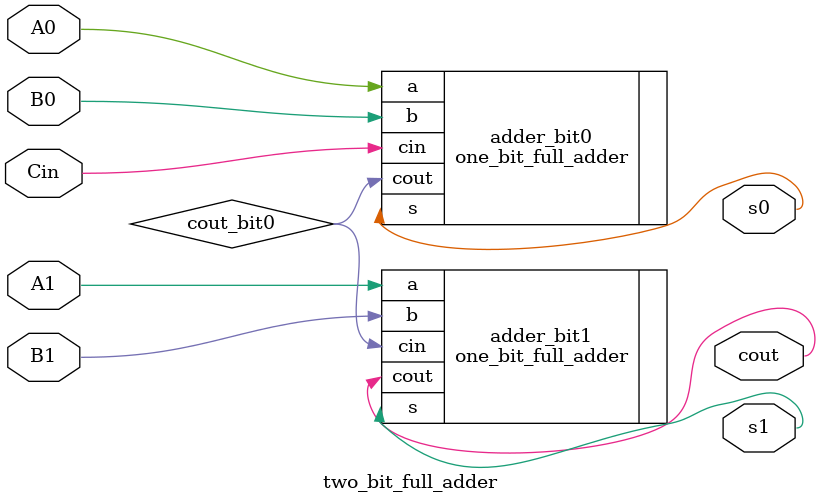
<source format=sv>
`timescale 1ns / 1ps

module two_bit_full_adder(
    input logic A0, B0, A1, B1, Cin,
    output logic s0, s1, cout
    );

    logic cout_bit0;
    
    one_bit_full_adder adder_bit0 (.a(A0), .b(B0), .cin(Cin), .s(s0), .cout(cout_bit0));
    one_bit_full_adder adder_bit1 (.a(A1), .b(B1), .cin(cout_bit0), .s(s1), .cout(cout));
    

endmodule






</source>
